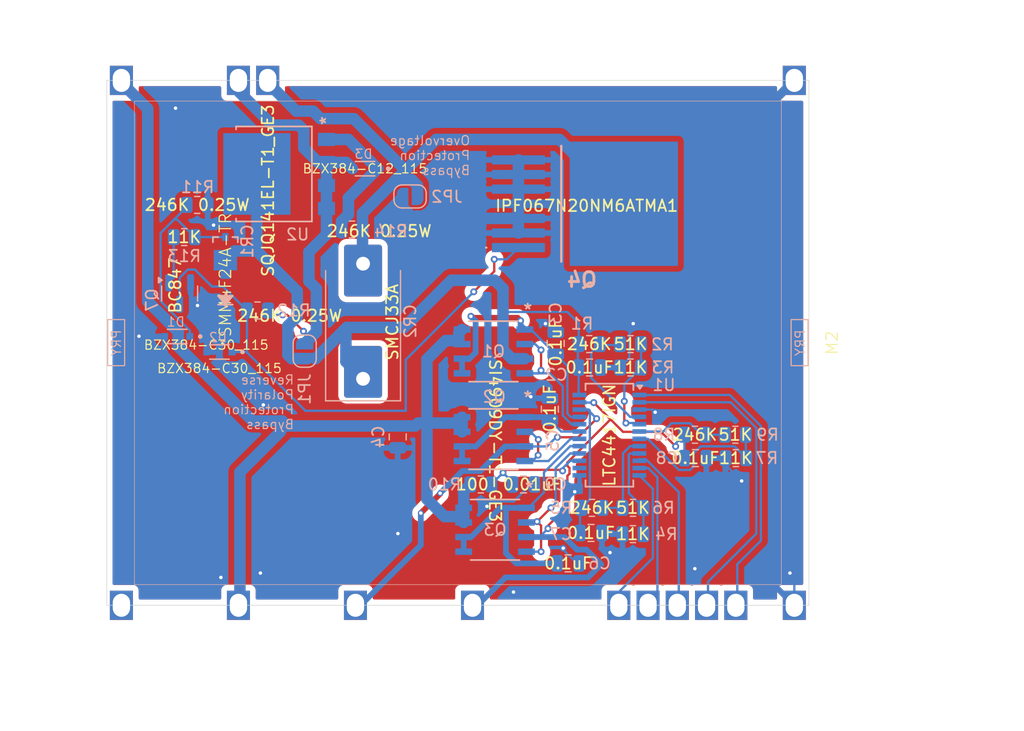
<source format=kicad_pcb>
(kicad_pcb (version 20240108) (generator "pcbnew") (generator_version "8.0")
  (layers (0 "F.Cu" signal) (31 "B.Cu" signal) (34 "B.Paste" user) (35 "F.Paste" user) (36 "B.SilkS" user "B.Silkscreen") (37 "F.SilkS" user "F.Silkscreen") (38 "B.Mask" user) (39 "F.Mask" user) (44 "Edge.Cuts" user))
  (net 0 "")
  (net 1 "Net-(Q4-G)")
  (net 2 "Net-(Q1-G1)")
  (net 3 "VOUT")
  (net 4 "USB-C_POWER_IN")
  (net 5 "Net-(Q2-G1)")
  (net 6 "Net-(Q3-G1)")
  (net 7 "INTERNAL_SOLAR_IN")
  (net 8 "{slash}VALID3")
  (net 9 "ENABLE")
  (net 10 "{slash}VALID1")
  (net 11 "Net-(U1-UV1)")
  (net 12 "{slash}VALID2")
  (net 13 "Net-(U1-OV2)")
  (net 14 "Net-(U1-UV2)")
  (net 15 "VOUT_PIN")
  (net 16 "Net-(U1-OV3)")
  (net 17 "GND")
  (net 18 "Net-(U1-OV1)")
  (net 19 "{slash}SHUTDOWN")
  (net 20 "Net-(U1-UV3)")
  (net 22 "DIRTY_DC_+")
  (net 23 "/OVERVOLTAGE_SENSE_CLAMPED")
  (net 24 "DIRTY_DC_-")
  (net 25 "DIRTY_DC_+_PROTECTED")
  (net 26 "Net-(Q7-B)")
  (net 27 "Net-(Q1-S1)")
  (net 28 "Net-(Q2-S1)")
  (net 29 "Net-(Q3-S1)")
  (net 30 "Net-(U2-G)")
  (footprint "MegaCastle:MegaCastle2x24-Module-I42.0x56.2-M88887D8C0001" (layer "F.Cu") (at 52.451 42.485 90)
    (property "Reference" "M2")
    (property "Value" "~")
    (fp_line (start 22.799999 -30.48) (end 22.799999 30.48) (stroke (width 0.05)) (layer "Edge.Cuts"))
    (fp_line (start -22.799999 -30.48) (end 22.799999 -30.48) (stroke (width 0.05)) (layer "Edge.Cuts"))
    (fp_line (start -22.799999 -30.48) (end -22.799999 30.48) (stroke (width 0.05)) (layer "Edge.Cuts"))
    (fp_line (start -22.799999 30.48) (end 22.799999 30.48) (stroke (width 0.05)) (layer "Edge.Cuts"))
  )
  (footprint "Jumper:SolderJumper-2_P1.3mm_Open_RoundedPad1.0x1.5mm" (layer "B.Cu") (at 39.1498 43.2036 90)
    (property "Reference" "JP1")
    (property "Value" "Jumper_2_Open")
  )
  (footprint "Resistor_SMD:R_0805_2012Metric" (layer "B.Cu") (at 67.6505 59.104)
    (property "Reference" "R4")
    (property "Value" "11K")
  )
  (footprint "Resistor_SMD:R_0805_2012Metric" (layer "B.Cu") (at 29.8182 30.5036)
    (property "Reference" "R11")
    (property "Value" "246K 0.25W")
  )
  (footprint "Diode_SMD:D_SMC-RM10_Universal_Handsoldering" (layer "B.Cu") (at 44.22 40.609 90)
    (property "Reference" "CR2")
    (property "Value" "SMCJ33A")
  )
  (footprint "Resistor_SMD:R_0805_2012Metric" (layer "B.Cu") (at 67.4401 42.594)
    (property "Reference" "R2")
    (property "Value" "51K")
  )
  (footprint "footprints:SOIC_09DY-T1-GE3_VIS" (layer "B.Cu") (at 55.67885 58.723 180)
    (property "Reference" "Q3")
    (property "Value" "SI4909DY-T1-GE3")
  )
  (footprint "Capacitor_SMD:C_0805_2012Metric" (layer "B.Cu") (at 60.435 48.248 90)
    (property "Reference" "C5")
    (property "Value" "0.1uF")
  )
  (footprint "footprints:DIO_BZX384-C30_115" (layer "B.Cu") (at 28.0832 41.9336 180)
    (property "Reference" "D1")
    (property "Value" "BZX384-C30_115")
  )
  (footprint "Resistor_SMD:R_0805_2012Metric" (layer "B.Cu") (at 76.5405 50.468)
    (property "Reference" "R9")
    (property "Value" "51K")
  )
  (footprint "Resistor_SMD:R_0805_2012Metric" (layer "B.Cu") (at 67.4401 44.626)
    (property "Reference" "R3")
    (property "Value" "11K")
  )
  (footprint "Capacitor_SMD:C_0805_2012Metric" (layer "B.Cu") (at 73.069 52.5 180)
    (property "Reference" "C8")
    (property "Value" "0.1uF")
  )
  (footprint "Resistor_SMD:R_0805_2012Metric" (layer "B.Cu") (at 28.6987 33.2976)
    (property "Reference" "R13")
    (property "Value" "11K")
  )
  (footprint "Resistor_SMD:R_0805_2012Metric" (layer "B.Cu") (at 64.0945 56.818)
    (property "Reference" "R5")
    (property "Value" "246K")
  )
  (footprint "Resistor_SMD:R_0805_2012Metric" (layer "B.Cu") (at 67.6505 56.818)
    (property "Reference" "R6")
    (property "Value" "51K")
  )
  (footprint "Capacitor_SMD:C_0805_2012Metric" (layer "B.Cu") (at 58.149 54.786)
    (property "Reference" "C9")
    (property "Value" "0.01uF")
  )
  (footprint "Resistor_SMD:R_0805_2012Metric" (layer "B.Cu") (at 73.0315 50.468)
    (property "Reference" "R8")
    (property "Value" "246K")
  )
  (footprint "Resistor_SMD:R_0805_2012Metric" (layer "B.Cu") (at 43.2595 32.639 180)
    (property "Reference" "R14")
    (property "Value" "246K 0.25W")
  )
  (footprint "footprints:PowerPAK_8x8L_BWL-2_VIS" (layer "B.Cu") (at 36.4857 27.813999 -90)
    (property "Reference" "U2")
    (property "Value" "SQJQ141EL-T1_GE3")
  )
  (footprint "Jumper:SolderJumper-2_P1.3mm_Open_RoundedPad1.0x1.5mm" (layer "B.Cu") (at 48.299 29.767 180)
    (property "Reference" "JP2")
    (property "Value" "Jumper_2_Open")
  )
  (footprint "Package_SO:SSOP-24_3.9x8.7mm_P0.635mm" (layer "B.Cu") (at 65.6074 50.5061 180)
    (property "Reference" "U1")
    (property "Value" "LTC4417IGN")
  )
  (footprint "Resistor_SMD:R_0805_2012Metric" (layer "B.Cu") (at 63.8568 42.594)
    (property "Reference" "R1")
    (property "Value" "246K")
  )
  (footprint "footprints:DIO_BZX384-C30_115" (layer "B.Cu") (at 44.39 27.354 180)
    (property "Reference" "D3")
    (property "Value" "BZX384-C12_115")
  )
  (footprint "Resistor_SMD:R_0805_2012Metric" (layer "B.Cu") (at 54.4425 54.786 180)
    (property "Reference" "R10")
    (property "Value" "100")
  )
  (footprint "Package_TO_SOT_SMD:SOT-23" (layer "B.Cu") (at 28.2942 38.2021 -90)
    (property "Reference" "Q7")
    (property "Value" "BC847")
  )
  (footprint "footprints:SOIC_09DY-T1-GE3_VIS" (layer "B.Cu") (at 55.53915 50.849 180)
    (property "Reference" "Q2")
    (property "Value" "SI4909DY-T1-GE3")
  )
  (footprint "footprints:DIO_BZX384-C30_115" (layer "B.Cu") (at 31.7506 43.2798 180)
    (property "Reference" "D2")
    (property "Value" "BZX384-C30_115")
  )
  (footprint "Resistor_SMD:R_0805_2012Metric" (layer "B.Cu") (at 76.5875 52.5)
    (property "Reference" "R7")
    (property "Value" "11K")
  )
  (footprint "footprints:IPF067N20NM6ATMA1" (layer "B.Cu") (at 63.483 30.402 180)
    (property "Reference" "Q4")
    (property "Value" "IPF067N20NM6ATMA1" (hide yes))
  )
  (footprint "Capacitor_SMD:C_0805_2012Metric" (layer "B.Cu") (at 60.943 42.528 90)
    (property "Reference" "C3")
    (property "Value" "0.1uF")
  )
  (footprint "Capacitor_SMD:C_0805_2012Metric" (layer "B.Cu") (at 63.8841 44.626 180)
    (property "Reference" "C2")
    (property "Value" "0.1uF")
  )
  (footprint "Capacitor_SMD:C_0805_2012Metric" (layer "B.Cu") (at 64.01 59.0024 180)
    (property "Reference" "C7")
    (property "Value" "0.1uF")
  )
  (footprint "footprints:ZDO_STMITE-FLAT_DO222-AA_STM" (layer "B.Cu") (at 32.2664 34.8978)
    (property "Reference" "CR1")
    (property "Value" "SMM4F24A-TR")
  )
  (footprint "Capacitor_SMD:C_0805_2012Metric" (layer "B.Cu") (at 47.227 50.656 -90)
    (property "Reference" "C4")
    (property "Value" "100uF")
  )
  (footprint "footprints:SOIC_09DY-T1-GE3_VIS" (layer "B.Cu") (at 55.53915 43.229 180)
    (property "Reference" "Q1")
    (property "Value" "SI4909DY-T1-GE3")
  )
  (footprint "Capacitor_SMD:C_0805_2012Metric" (layer "B.Cu") (at 62.025 61.644)
    (property "Reference" "C6")
    (property "Value" "0.1uF")
  )
  (footprint "Resistor_SMD:R_0805_2012Metric" (layer "B.Cu") (at 35.0525 39.673 180)
    (property "Reference" "R12")
    (property "Value" "246K 0.25W")
  )
  (gr_text "Overvoltage\nProtection\nBypass" (at 53.577 27.9636 -0) (layer "B.SilkS") (effects (font (size 0.8 0.8) (thickness 0.1)) (justify left bottom mirror)))
  (gr_text "Reverse\nPolarity\nProtection\nBypass" (at 38.2862 50.0362 -0) (layer "B.SilkS") (effects (font (size 0.8 0.8) (thickness 0.1)) (justify left bottom mirror)))
  (gr_text "IPF067N20NM6ATMA1" (at 55.609 31.164 -0) (layer "F.SilkS") (effects (font (size 1 1)) (justify left bottom)))
  (segment (start 55.609 36.2708) (end 55.609 35.228) (width 0.2) (layer "F.Cu") (net 1))
  (segment (start 53.831 38.0488) (end 55.609 36.2708) (width 0.2) (layer "F.Cu") (net 1))
  (via (at 53.831 38.0488) (size 0.6) (drill 0.3) (layers "F.Cu" "B.Cu") (net 1))
  (via (at 55.609 35.228) (size 0.6) (drill 0.3) (layers "F.Cu" "B.Cu") (net 1))
  (segment (start 34.14 39.673) (end 32.0602 37.5932) (width 0.2) (layer "B.Cu") (net 1))
  (segment (start 29.6248 36.117) (end 29.013748 36.117) (width 0.2) (layer "B.Cu") (net 1))
  (segment (start 34.14 43.309) (end 39.2162 48.3852) (width 0.2) (layer "B.Cu") (net 1))
  (segment (start 29.013748 36.117) (end 28.2942 36.836548) (width 0.2) (layer "B.Cu") (net 1))
  (segment (start 39.2162 48.3852) (end 47.9298 48.3852) (width 0.2) (layer "B.Cu") (net 1))
  (segment (start 34.14 39.673) (end 34.14 42.594) (width 0.2) (layer "B.Cu") (net 1))
  (segment (start 47.9298 48.3852) (end 47.9298 43.95) (width 0.2) (layer "B.Cu") (net 1))
  (segment (start 34.14 42.594) (end 34.14 43.2036) (width 0.2) (layer "B.Cu") (net 1))
  (segment (start 28.2942 36.836548) (end 28.2942 39.1396) (width 0.2) (layer "B.Cu") (net 1))
  (segment (start 32.8506 43.2798) (end 34.0638 43.2798) (width 0.2) (layer "B.Cu") (net 1))
  (segment (start 31.101 37.5932) (end 29.6248 36.117) (width 0.2) (layer "B.Cu") (net 1))
  (segment (start 55.609 35.228) (end 56.692 35.228) (width 0.2) (layer "B.Cu") (net 1))
  (segment (start 47.9298 43.95) (end 53.831 38.0488) (width 0.2) (layer "B.Cu") (net 1))
  (segment (start 56.692 35.228) (end 57.708 34.212) (width 0.2) (layer "B.Cu") (net 1))
  (segment (start 32.0602 37.5932) (end 31.101 37.5932) (width 0.2) (layer "B.Cu") (net 1))
  (segment (start 34.14 43.2036) (end 34.14 43.309) (width 0.2) (layer "B.Cu") (net 1))
  (segment (start 34.0638 43.2798) (end 34.14 43.2036) (width 0.2) (layer "B.Cu") (net 1))
  (segment (start 59.673 44.88) (end 59.673 43.102) (width 0.2) (layer "F.Cu") (net 2))
  (via (at 59.673 44.88) (size 0.6) (drill 0.3) (layers "F.Cu" "B.Cu") (net 2))
  (via (at 59.673 43.102) (size 0.6) (drill 0.3) (layers "F.Cu" "B.Cu") (net 2))
  (segment (start 60.435 45.134) (end 61.559 46.258) (width 0.2) (layer "B.Cu") (net 2))
  (segment (start 59.165 42.594) (end 59.673 43.102) (width 0.2) (layer "B.Cu") (net 2))
  (segment (start 61.559 46.258) (end 61.559 48.800886) (width 0.2) (layer "B.Cu") (net 2))
  (segment (start 58.2633 45.134) (end 60.435 45.134) (width 0.2) (layer "B.Cu") (net 2))
  (segment (start 58.2633 42.594) (end 59.165 42.594) (width 0.2) (layer "B.Cu") (net 2))
  (segment (start 61.559 48.800886) (end 62.311714 49.5536) (width 0.2) (layer "B.Cu") (net 2))
  (segment (start 59.419 45.134) (end 59.673 44.88) (width 0.2) (layer "B.Cu") (net 2))
  (segment (start 62.311714 49.5536) (end 63.0074 49.5536) (width 0.2) (layer "B.Cu") (net 2))
  (segment (start 58.2633 45.134) (end 59.419 45.134) (width 0.2) (layer "B.Cu") (net 2))
  (segment (start 49.005 49.452) (end 48.751 49.706) (width 1) (layer "B.Cu") (net 3))
  (segment (start 49.767 49.452) (end 52.815 49.452) (width 1) (layer "B.Cu") (net 3))
  (segment (start 52.9547 57.58) (end 52.9547 56.818) (width 1) (layer "B.Cu") (net 3))
  (segment (start 33.528 53.721) (end 33.528 65.6) (width 1) (layer "B.Cu") (net 3))
  (segment (start 52.5356 42.2892) (end 52.5356 41.6034) (width 1) (layer "B.Cu") (net 3))
  (segment (start 28.1832 41.538023) (end 25.527 38.881823) (width 1) (layer "B.Cu") (net 3))
  (segment (start 51.291 57.58) (end 49.767 56.056) (width 1) (layer "B.Cu") (net 3))
  (segment (start 52.9547 56.818) (end 52.9547 55.3613) (width 1) (layer "B.Cu") (net 3))
  (segment (start 25.527 38.881823) (end 25.527 22.159) (width 1) (layer "B.Cu") (net 3))
  (segment (start 52.9547 57.58) (end 51.291 57.58) (width 1) (layer "B.Cu") (net 3))
  (segment (start 37.067 50.182) (end 33.528 53.721) (width 1) (layer "B.Cu") (net 3))
  (segment (start 28.1832 42.8124) (end 28.1832 41.538023) (width 1) (layer "B.Cu") (net 3))
  (segment (start 25.527 22.159) (end 23.368 20) (width 1) (layer "B.Cu") (net 3))
  (segment (start 34.6468 49.276) (end 28.1832 42.8124) (width 1) (layer "B.Cu") (net 3))
  (segment (start 37.067 49.706) (end 37.067 49.42) (width 1) (layer "B.Cu") (net 3))
  (segment (start 37.067 49.42) (end 37.211 49.276) (width 1) (layer "B.Cu") (net 3))
  (segment (start 52.9547 58.088) (end 52.9547 57.58) (width 1) (layer "B.Cu") (net 3))
  (segment (start 49.767 49.452) (end 49.767 43.91175) (width 1) (layer "B.Cu") (net 3))
  (segment (start 51.38955 42.2892) (end 52.5356 42.2892) (width 1) (layer "B.Cu") (net 3))
  (segment (start 49.767 56.056) (end 49.767 49.452) (width 1) (layer "B.Cu") (net 3))
  (segment (start 47.227 49.706) (end 37.067 49.706) (width 1) (layer "B.Cu") (net 3))
  (segment (start 48.751 49.706) (end 47.227 49.706) (width 1) (layer "B.Cu") (net 3))
  (segment (start 37.067 49.706) (end 37.067 50.182) (width 1) (layer "B.Cu") (net 3))
  (segment (start 49.767 49.452) (end 49.005 49.452) (width 1) (layer "B.Cu") (net 3))
  (segment (start 49.767 43.91175) (end 51.38955 42.2892) (width 1) (layer "B.Cu") (net 3))
  (segment (start 52.9547 55.3613) (end 53.53 54.786) (width 1) (layer "B.Cu") (net 3))
  (segment (start 37.211 49.276) (end 34.6468 49.276) (width 1) (layer "B.Cu") (net 3))
  (segment (start 52.5356 41.6034) (end 52.815 41.324) (width 1) (layer "B.Cu") (net 3))
  (segment (start 52.815 50.214) (end 52.815 49.452) (width 1) (layer "B.Cu") (net 3))
  (segment (start 52.815 49.452) (end 52.815 48.944) (width 1) (layer "B.Cu") (net 3))
  (segment (start 50.91 55.5988) (end 49.2336 57.2752) (width 0.5) (layer "F.Cu") (net 4))
  (segment (start 62.882169 50.687831) (end 64.499 49.071) (width 0.2) (layer "F.Cu") (net 4))
  (segment (start 50.91 55.548) (end 50.91 55.5988) (width 0.5) (layer "F.Cu") (net 4))
  (segment (start 61.092779 50.687831) (end 62.882169 50.687831) (width 0.2) (layer "F.Cu") (net 4))
  (via (at 64.499 49.071) (size 0.6) (drill 0.3) (layers "F.Cu" "B.Cu") (net 4))
  (via (at 61.092779 50.687831) (size 0.6) (drill 0.3) (layers "F.Cu" "B.Cu") (net 4))
  (via (at 49.2336 57.2752) (size 0.5) (drill 0.3) (layers "F.Cu" "B.Cu") (net 4))
  (via (at 50.91 55.548) (size 0.5) (drill 0.3) (layers "F.Cu" "B.Cu") (net 4))
  (segment (start 63.8074 48.2836) (end 63.0074 48.2836) (width 0.2) (layer "B.Cu") (net 4))
  (segment (start 64.499 49.071) (end 63.7116 48.2836) (width 0.2) (layer "B.Cu") (net 4))
  (segment (start 63.06 56.94) (end 63.182 56.818) (width 0.2) (layer "B.Cu") (net 4))
  (segment (start 52.8404 53.6176) (end 50.91 55.548) (width 0.5) (layer "B.Cu") (net 4))
  (segment (start 49.2336 60.0544) (end 49.2336 57.2752) (width 0.5) (layer "B.Cu") (net 4))
  (segment (start 58.2633 51.484) (end 56.54245 51.484) (width 0.5) (layer "B.Cu") (net 4))
  (segment (start 49.2336 60.0544) (end 43.688 65.6) (width 0.5) (layer "B.Cu") (net 4))
  (segment (start 54.40885 53.6176) (end 52.8404 53.6176) (width 0.5) (layer "B.Cu") (net 4))
  (segment (start 60.181 51.484) (end 60.977169 50.687831) (width 0.2) (layer "B.Cu") (net 4))
  (segment (start 60.977169 50.687831) (end 61.092779 50.687831) (width 0.2) (layer "B.Cu") (net 4))
  (segment (start 56.54245 51.484) (end 54.40885 53.6176) (width 0.5) (layer "B.Cu") (net 4))
  (segment (start 63.182 56.818) (end 63.9074 56.0926) (width 0.2) (layer "B.Cu") (net 4))
  (segment (start 63.06 59.0024) (end 63.06 56.94) (width 0.2) (layer "B.Cu") (net 4))
  (segment (start 63.9074 56.0926) (end 63.9074 48.3836) (width 0.2) (layer "B.Cu") (net 4))
  (segment (start 60.181 51.484) (end 58.2633 51.484) (width 0.2) (layer "B.Cu") (net 4))
  (segment (start 63.7116 48.2836) (end 63.0074 48.2836) (width 0.2) (layer "B.Cu") (net 4))
  (segment (start 63.9074 48.3836) (end 63.8074 48.2836) (width 0.2) (layer "B.Cu") (net 4))
  (segment (start 59.419 50.898998) (end 59.433998 50.884) (width 0.2) (layer "F.Cu") (net 5))
  (segment (start 59.419 52.246) (end 59.419 50.898998) (width 0.2) (layer "F.Cu") (net 5))
  (via (at 59.433998 50.884) (size 0.6) (drill 0.3) (layers "F.Cu" "B.Cu") (net 5))
  (via (at 59.419 52.246) (size 0.6) (drill 0.3) (layers "F.Cu" "B.Cu") (net 5))
  (segment (start 60.312 52.754) (end 62.2424 50.8236) (width 0.2) (layer "B.Cu") (net 5))
  (segment (start 58.2633 52.754) (end 58.911 52.754) (width 0.2) (layer "B.Cu") (net 5))
  (segment (start 62.2424 50.8236) (end 63.0074 50.8236) (width 0.2) (layer "B.Cu") (net 5))
  (segment (start 58.763998 50.214) (end 59.433998 50.884) (width 0.2) (layer "B.Cu") (net 5))
  (segment (start 58.2633 52.754) (end 60.312 52.754) (width 0.2) (layer "B.Cu") (net 5))
  (segment (start 58.911 52.754) (end 59.419 52.246) (width 0.2) (layer "B.Cu") (net 5))
  (segment (start 58.2633 50.214) (end 58.763998 50.214) (width 0.2) (layer "B.Cu") (net 5))
  (segment (start 59.32884 58.01616) (end 60.527 56.818) (width 0.2) (layer "F.Cu") (net 6))
  (segment (start 59.327 58.01616) (end 59.32884 58.01616) (width 0.2) (layer "F.Cu") (net 6))
  (segment (start 59.673 58.36216) (end 59.327 58.01616) (width 0.2) (layer "F.Cu") (net 6))
  (segment (start 59.673 60.628) (end 59.673 58.36216) (width 0.2) (layer "F.Cu") (net 6))
  (via (at 60.527 56.818) (size 0.6) (drill 0.3) (layers "F.Cu" "B.Cu") (net 6))
  (via (at 59.673 60.628) (size 0.6) (drill 0.3) (layers "F.Cu" "B.Cu") (net 6))
  (via (at 59.327 58.01616) (size 0.6) (drill 0.3) (layers "F.Cu" "B.Cu") (net 6))
  (segment (start 58.403 60.628) (end 59.673 60.628) (width 0.2) (layer "B.Cu") (net 6))
  (segment (start 58.47484 58.01616) (end 58.403 58.088) (width 0.2) (layer "B.Cu") (net 6))
  (segment (start 60.942265 53.855794) (end 60.942265 53.358735) (width 0.2) (layer "B.Cu") (net 6))
  (segment (start 60.942265 53.358735) (end 62.2074 52.0936) (width 0.2) (layer "B.Cu") (net 6))
  (segment (start 60.943 53.856529) (end 60.942265 53.855794) (width 0.2) (layer "B.Cu") (net 6))
  (segment (start 62.2074 52.0936) (end 63.0074 52.0936) (width 0.2) (layer "B.Cu") (net 6))
  (segment (start 59.327 58.01616) (end 58.47484 58.01616) (width 0.2) (layer "B.Cu") (net 6))
  (segment (start 60.943 56.402) (end 60.943 53.856529) (width 0.2) (layer "B.Cu") (net 6))
  (segment (start 60.527 56.818) (end 60.943 56.402) (width 0.2) (layer "B.Cu") (net 6))
  (segment (start 61.959 54.039059) (end 62.142265 53.855794) (width 0.2) (layer "F.Cu") (net 7))
  (segment (start 71.357 51.484) (end 70.087 50.214) (width 0.2) (layer "F.Cu") (net 7))
  (segment (start 66.785 50.214) (end 65.7055 49.1345) (width 0.2) (layer "F.Cu") (net 7))
  (segment (start 61.959 53.175471) (end 61.959 52.881) (width 0.2) (layer "F.Cu") (net 7))
  (segment (start 61.959 52.881) (end 65.7055 49.1345) (width 0.2) (layer "F.Cu") (net 7))
  (segment (start 70.087 50.214) (end 66.785 50.214) (width 0.2) (layer "F.Cu") (net 7))
  (segment (start 62.142265 53.855794) (end 62.142265 53.358736) (width 0.2) (layer "F.Cu") (net 7))
  (segment (start 60.273 58.377) (end 61.959 56.691) (width 0.2) (layer "F.Cu") (net 7))
  (segment (start 65.642 49.071) (end 64.245 47.674) (width 0.2) (layer "F.Cu") (net 7))
  (segment (start 60.273 58.6214) (end 60.273 58.377) (width 0.2) (layer "F.Cu") (net 7))
  (segment (start 65.7055 49.1345) (end 65.642 49.071) (width 0.2) (layer "F.Cu") (net 7))
  (segment (start 61.959 56.691) (end 61.959 54.039059) (width 0.2) (layer "F.Cu") (net 7))
  (segment (start 62.142265 53.358736) (end 61.959 53.175471) (width 0.2) (layer "F.Cu") (net 7))
  (via (at 60.273 58.6214) (size 0.6) (drill 0.3) (layers "F.Cu" "B.Cu") (net 7))
  (via (at 71.357 51.484) (size 0.6) (drill 0.3) (layers "F.Cu" "B.Cu") (net 7))
  (via (at 64.245 47.674) (size 0.6) (drill 0.3) (layers "F.Cu" "B.Cu") (net 7))
  (segment (start 63.0328 47.674) (end 63.0074 47.6486) (width 0.2) (layer "B.Cu") (net 7))
  (segment (start 72.119 52.5) (end 72.119 50.468) (width 0.2) (layer "B.Cu") (net 7))
  (segment (start 64.8894 61.7296) (end 63.61 60.4502) (width 0.5) (layer "B.Cu") (net 7))
  (segment (start 64.8894 61.7296) (end 63.754 62.865) (width 0.5) (layer "B.Cu") (net 7))
  (segment (start 61.693722 59.358) (end 62.785922 60.4502) (width 0.5) (layer "B.Cu") (net 7))
  (segment (start 58.403 59.358) (end 61.693722 59.358) (width 0.5) (layer "B.Cu") (net 7))
  (segment (start 60.273 58.6214) (end 59.5364 59.358) (width 0.2) (layer "B.Cu") (net 7))
  (segment (start 71.357 51.23) (end 72.119 50.468) (width 0.2) (layer "B.Cu") (net 7))
  (segment (start 62.785922 60.4502) (end 63.61 60.4502) (width 0.5) (layer "B.Cu") (net 7))
  (segment (start 64.245 47.674) (end 63.0328 47.674) (width 0.2) (layer "B.Cu") (net 7))
  (segment (start 71.357 51.484) (end 71.357 51.23) (width 0.2) (layer "B.Cu") (net 7))
  (segment (start 63.754 62.865) (end 56.583 62.865) (width 0.5) (layer "B.Cu") (net 7))
  (segment (start 72.119 50.468) (end 71.8396 50.1886) (width 0.2) (layer "B.Cu") (net 7))
  (segment (start 56.583 62.865) (end 53.848 65.6) (width 0.5) (layer "B.Cu") (net 7))
  (segment (start 69.3755 61.1805) (end 66.548 64.008) (width 0.2) (layer "B.Cu") (net 8))
  (segment (start 66.548 64.008) (end 66.548 65.6) (width 0.2) (layer "B.Cu") (net 8))
  (segment (start 68.2074 53.9986) (end 69.3755 55.1667) (width 0.2) (layer "B.Cu") (net 8))
  (segment (start 69.3755 55.1667) (end 69.3755 61.1805) (width 0.2) (layer "B.Cu") (net 8))
  (segment (start 78.759 49.71107) (end 76.06153 47.0136) (width 0.2) (layer "B.Cu") (net 9))
  (segment (start 76.708 65.6) (end 76.708 61.722) (width 0.2) (layer "B.Cu") (net 9))
  (segment (start 78.759 59.671) (end 78.759 49.71107) (width 0.2) (layer "B.Cu") (net 9))
  (segment (start 76.06153 47.0136) (end 68.2074 47.0136) (width 0.2) (layer "B.Cu") (net 9))
  (segment (start 76.708 61.722) (end 78.759 59.671) (width 0.2) (layer "B.Cu") (net 9))
  (segment (start 68.2074 52.5936) (end 68.768086 52.5936) (width 0.2) (layer "B.Cu") (net 10))
  (segment (start 68.2074 52.7286) (end 68.2074 52.5936) (width 0.2) (layer "B.Cu") (net 10))
  (segment (start 68.768086 52.5936) (end 71.628 55.453514) (width 0.2) (layer "B.Cu") (net 10))
  (segment (start 71.628 55.453514) (end 71.628 65.6) (width 0.2) (layer "B.Cu") (net 10))
  (segment (start 64.0341 45.5453) (end 67.4074 48.9186) (width 0.2) (layer "B.Cu") (net 11))
  (segment (start 66.4514 42.6702) (end 66.5276 42.594) (width 0.2) (layer "B.Cu") (net 11))
  (segment (start 67.4074 48.9186) (end 68.2074 48.9186) (width 0.2) (layer "B.Cu") (net 11))
  (segment (start 64.7693 42.6702) (end 66.4514 42.6702) (width 0.2) (layer "B.Cu") (net 11))
  (segment (start 64.0341 43.3292) (end 64.0341 45.5453) (width 0.2) (layer "B.Cu") (net 11))
  (segment (start 64.7693 42.594) (end 64.0341 43.3292) (width 0.2) (layer "B.Cu") (net 11))
  (segment (start 69.7755 64.0825) (end 69.7755 54.1667) (width 0.2) (layer "B.Cu") (net 12))
  (segment (start 68.9724 53.3636) (end 68.2074 53.3636) (width 0.2) (layer "B.Cu") (net 12))
  (segment (start 69.088 64.77) (end 69.7755 64.0825) (width 0.2) (layer "B.Cu") (net 12))
  (segment (start 69.088 65.6) (end 69.088 64.77) (width 0.2) (layer "B.Cu") (net 12))
  (segment (start 69.7755 54.1667) (end 68.9724 53.3636) (width 0.2) (layer "B.Cu") (net 12))
  (segment (start 72.919 52.081) (end 73.525 51.475) (width 0.2) (layer "B.Cu") (net 13))
  (segment (start 77.453 50.468) (end 77.453 52.453) (width 0.2) (layer "B.Cu") (net 13))
  (segment (start 76.475 51.475) (end 77.5 52.5) (width 0.2) (layer "B.Cu") (net 13))
  (segment (start 68.2074 50.8236) (end 68.932856 50.8236) (width 0.2) (layer "B.Cu") (net 13))
  (segment (start 72.603744 53.525) (end 72.919 53.209744) (width 0.2) (layer "B.Cu") (net 13))
  (segment (start 77.453 52.453) (end 77.5 52.5) (width 0.2) (layer "B.Cu") (net 13))
  (segment (start 71.634256 53.525) (end 72.603744 53.525) (width 0.2) (layer "B.Cu") (net 13))
  (segment (start 68.932856 50.8236) (end 71.634256 53.525) (width 0.2) (layer "B.Cu") (net 13))
  (segment (start 73.525 51.475) (end 76.475 51.475) (width 0.2) (layer "B.Cu") (net 13))
  (segment (start 72.919 53.209744) (end 72.919 52.081) (width 0.2) (layer "B.Cu") (net 13))
  (segment (start 73.944 50.468) (end 73.944 50.261) (width 0.2) (layer "B.Cu") (net 14))
  (segment (start 71.000471 49.468) (end 70.279871 50.1886) (width 0.2) (layer "B.Cu") (net 14))
  (segment (start 75.628 50.468) (end 75.628 50.515) (width 0.2) (layer "B.Cu") (net 14))
  (segment (start 73.944 50.468) (end 75.628 50.468) (width 0.2) (layer "B.Cu") (net 14))
  (segment (start 73.944 50.468) (end 73.616244 50.468) (width 0.2) (layer "B.Cu") (net 14))
  (segment (start 72.616244 49.468) (end 71.000471 49.468) (width 0.2) (layer "B.Cu") (net 14))
  (segment (start 70.279871 50.1886) (end 68.2074 50.1886) (width 0.2) (layer "B.Cu") (net 14))
  (segment (start 73.616244 50.468) (end 72.616244 49.468) (width 0.2) (layer "B.Cu") (net 14))
  (segment (start 56.625 53.516) (end 56.371 53.77) (width 0.2) (layer "F.Cu") (net 15))
  (segment (start 61.542265 53.607265) (end 61.451 53.516) (width 0.2) (layer "F.Cu") (net 15))
  (segment (start 61.451 53.516) (end 56.625 53.516) (width 0.2) (layer "F.Cu") (net 15))
  (via (at 61.542265 53.607265) (size 0.6) (drill 0.3) (layers "F.Cu" "B.Cu") (net 15))
  (via (at 56.371 53.77) (size 0.6) (drill 0.3) (layers "F.Cu" "B.Cu") (net 15))
  (segment (start 61.542265 53.393735) (end 62.2074 52.7286) (width 0.2) (layer "B.Cu") (net 15))
  (segment (start 62.2074 52.7286) (end 63.0074 52.7286) (width 0.2) (layer "B.Cu") (net 15))
  (segment (start 57.199 54.598) (end 56.371 53.77) (width 0.2) (layer "B.Cu") (net 15))
  (segment (start 57.199 54.786) (end 57.199 54.598) (width 0.2) (layer "B.Cu") (net 15))
  (segment (start 56.371 53.77) (end 55.355 54.786) (width 0.2) (layer "B.Cu") (net 15))
  (segment (start 61.542265 53.607265) (end 61.542265 53.393735) (width 0.2) (layer "B.Cu") (net 15))
  (segment (start 68.563 59.104) (end 68.563 56.818) (width 0.2) (layer "B.Cu") (net 16))
  (segment (start 67.293 55.548) (end 67.293 52.208) (width 0.2) (layer "B.Cu") (net 16))
  (segment (start 68.563 56.818) (end 67.293 55.548) (width 0.2) (layer "B.Cu") (net 16))
  (segment (start 67.4074 52.0936) (end 68.2074 52.0936) (width 0.2) (layer "B.Cu") (net 16))
  (segment (start 67.293 52.208) (end 67.4074 52.0936) (width 0.2) (layer "B.Cu") (net 16))
  (segment (start 73.025 58.547) (end 73.025 62.103) (width 0.2) (layer "F.Cu") (net 17))
  (segment (start 62.23 64.135) (end 57.277 64.135) (width 0.2) (layer "F.Cu") (net 17))
  (segment (start 81.661 19.685) (end 79.375 21.971) (width 0.75) (layer "F.Cu") (net 17))
  (segment (start 29.845 39.243) (end 31.75 41.148) (width 0.2) (layer "F.Cu") (net 17))
  (segment (start 31.877 49.022) (end 31.877 62.865) (width 0.2) (layer "F.Cu") (net 17))
  (segment (start 77.089 54.483) (end 73.025 58.547) (width 0.2) (layer "F.Cu") (net 17))
  (segment (start 24.765 41.91) (end 31.877 49.022) (width 0.2) (layer "F.Cu") (net 17))
  (segment (start 38.735 59.055) (end 35.306 62.484) (width 0.2) (layer "F.Cu") (net 17))
  (segment (start 65.659 60.706) (end 62.23 64.135) (width 0.2) (layer "F.Cu") (net 17))
  (segment (start 79.375 21.971) (end 78.74 21.971) (width 0.75) (layer "F.Cu") (net 17))
  (segment (start 31.242 32.258) (end 31.242 25.4) (width 0.2) (layer "F.Cu") (net 17))
  (segment (start 31.75 41.148) (end 31.75 44.069) (width 0.2) (layer "F.Cu") (net 17))
  (segment (start 47.244 59.055) (end 38.735 59.055) (width 0.2) (layer "F.Cu") (net 17))
  (segment (start 31.242 25.4) (end 27.94 22.098) (width 0.2) (layer "F.Cu") (net 17))
  (segment (start 31.75 44.069) (end 35.56 47.879) (width 0.2) (layer "F.Cu") (net 17))
  (via (at 24.765 41.91) (size 0.6) (drill 0.3) (layers "F.Cu" "B.Cu") (net 17))
  (via (at 47.244 59.055) (size 0.6) (drill 0.3) (layers "F.Cu" "B.Cu") (net 17))
  (via (at 58.784 47.166) (size 0.6) (drill 0.3) (layers "F.Cu" "B.Cu") (net 17))
  (via (at 73.025 62.103) (size 0.6) (drill 0.3) (layers "F.Cu" "B.Cu") (net 17))
  (via (at 35.306 62.484) (size 0.6) (drill 0.3) (layers "F.Cu" "B.Cu") (net 17))
  (via (at 62.594 55.421) (size 0.6) (drill 0.3) (layers "F.Cu" "B.Cu") (net 17))
  (via (at 60.054 40.816) (size 0.6) (drill 0.3) (layers "F.Cu" "B.Cu") (net 17))
  (via (at 57.277 64.135) (size 0.6) (drill 0.3) (layers "F.Cu" "B.Cu") (net 17))
  (via (at 61.595 60.325) (size 0.6) (drill 0.3) (layers "F.Cu" "B.Cu") (net 17))
  (via (at 31.877 62.865) (size 0.6) (drill 0.3) (layers "F.Cu" "B.Cu") (net 17))
  (via (at 77.089 54.483) (size 0.6) (drill 0.3) (layers "F.Cu" "B.Cu") (net 17))
  (via (at 67.674 40.816) (size 0.6) (drill 0.3) (layers "F.Cu" "B.Cu") (net 17))
  (via (at 65.659 60.706) (size 0.6) (drill 0.3) (layers "F.Cu" "B.Cu") (net 17))
  (via (at 54.974 56.691) (size 0.6) (drill 0.3) (layers "F.Cu" "B.Cu") (net 17))
  (via (at 35.56 47.879) (size 0.6) (drill 0.3) (layers "F.Cu" "B.Cu") (net 17))
  (via (at 27.94 22.098) (size 0.6) (drill 0.3) (layers "F.Cu" "B.Cu") (net 17))
  (via (at 81.28 62.484) (size 0.6) (drill 0.3) (layers "F.Cu" "B.Cu") (net 17))
  (via (at 29.845 39.243) (size 0.6) (drill 0.3) (layers "F.Cu" "B.Cu") (net 17))
  (via (at 31.242 32.258) (size 0.6) (drill 0.3) (layers "F.Cu" "B.Cu") (net 17))
  (via (at 69.579 48.514) (size 0.6) (drill 0.3) (layers "F.Cu" "B.Cu") (net 17))
  (segment (start 29.2442 37.2646) (end 29.2442 38.6422) (width 0.2) (layer "B.Cu") (net 17))
  (segment (start 62.975 61.832) (end 62.992 61.849) (width 0.2) (layer "B.Cu") (net 17))
  (segment (start 81.661 19.685) (end 79.502 21.844) (width 0.75) (layer "B.Cu") (net 17))
  (segment (start 30.7307 31.7467) (end 31.242 32.258) (width 0.2) (layer "B.Cu") (net 17))
  (segment (start 75.675 53.069) (end 77.089 54.483) (width 0.2) (layer "B.Cu") (net 17))
  (segment (start 60.816 41.578) (end 60.054 40.816) (width 0.2) (layer "B.Cu") (net 17))
  (segment (start 62.992 61.849) (end 61.595 60.452) (width 0.2) (layer "B.Cu") (net 17))
  (segment (start 47.649 30.714023) (end 47.649 29.767) (width 1) (layer "B.Cu") (net 17))
  (segment (start 62.975 61.644) (end 62.975 61.832) (width 0.2) (layer "B.Cu") (net 17))
  (segment (start 29.2442 38.6422) (end 29.845 39.243) (width 0.2) (layer "B.Cu") (net 17))
  (segment (start 64.96 59.0024) (end 64.96 60.007) (width 0.2) (layer "B.Cu") (net 17))
  (segment (start 66.5276 44.626) (end 67.345377 43.808223) (width 0.2) (layer "B.Cu") (net 17))
  (segment (start 79.502 21.844) (end 78.74 21.844) (width 0.75) (layer "B.Cu") (net 17))
  (segment (start 57.302 56.268) (end 55.397 56.268) (width 0.2) (layer "B.Cu") (net 17))
  (segment (start 60.943 41.578) (end 60.816 41.578) (width 0.2) (layer "B.Cu") (net 17))
  (segment (start 60.435 47.298) (end 60.186 47.298) (width 0.2) (layer "B.Cu") (net 17))
  (segment (start 81.661 62.865) (end 81.28 62.484) (width 0.2) (layer "B.Cu") (net 17))
  (segment (start 67.345377 43.808223) (end 67.345377 41.144623) (width 0.2) (layer "B.Cu") (net 17))
  (segment (start 57.708 32.942) (end 57.708 26.592) (width 1) (layer "B.Cu") (net 17))
  (segment (start 59.099 54.786) (end 58.784 54.786) (width 0.2) (layer "B.Cu") (net 17))
  (segment (start 61.595 60.452) (end 61.595 60.325) (width 0.2) (layer "B.Cu") (net 17))
  (segment (start 26.924 41.91) (end 24.765 41.91) (width 0.2) (layer "B.Cu") (net 17))
  (segment (start 48.479977 31.545) (end 48.8526 31.545) (width 1) (layer "B.Cu") (net 17))
  (segment (start 60.186 47.298) (end 60.054 47.166) (width 0.2) (layer "B.Cu") (net 17))
  (segment (start 75.675 52.5) (end 75.675 53.069) (width 0.2) (layer "B.Cu") (net 17))
  (segment (start 60.054 47.166) (end 58.784 47.166) (width 0.2) (layer "B.Cu") (net 17))
  (segment (start 63.0074 53.9986) (end 63.0074 55.0076) (width 0.2) (layer "B.Cu") (net 17))
  (segment (start 48.479977 31.545) (end 47.649 30.714023) (width 1) (layer "B.Cu") (net 17))
  (segment (start 26.9476 41.9336) (end 26.924 41.91) (width 0.2) (layer "B.Cu") (net 17))
  (segment (start 81.661 65.285) (end 81.661 62.865) (width 0.2) (layer "B.Cu") (net 17))
  (segment (start 64.96 60.007) (end 65.659 60.706) (width 0.2) (layer "B.Cu") (net 17))
  (segment (start 69.3486 48.2836) (end 68.2074 48.2836) (width 0.2) (layer "B.Cu") (net 17))
  (segment (start 69.579 48.514) (end 69.3486 48.2836) (width 0.2) (layer "B.Cu") (net 17))
  (segment (start 55.397 56.268) (end 54.974 56.691) (width 0.2) (layer "B.Cu") (net 17))
  (segment (start 48.8526 31.545) (end 48.9288 31.4688) (width 1) (layer "B.Cu") (net 17))
  (segment (start 47.227 59.038) (end 47.244 59.055) (width 0.2) (layer "B.Cu") (net 17))
  (segment (start 67.345377 41.144623) (end 67.674 40.816) (width 0.2) (layer "B.Cu") (net 17))
  (segment (start 58.784 54.786) (end 57.302 56.268) (width 0.2) (layer "B.Cu") (net 17))
  (segment (start 48.9288 31.4688) (end 49.132 31.672) (width 1) (layer "B.Cu") (net 17))
  (segment (start 63.0074 55.0076) (end 62.594 55.421) (width 0.2) (layer "B.Cu") (net 17))
  (segment (start 26.9832 41.9336) (end 26.9476 41.9336) (width 0.2) (layer "B.Cu") (net 17))
  (segment (start 30.7307 30.5036) (end 30.7307 31.7467) (width 0.2) (layer "B.Cu") (net 17))
  (segment (start 47.227 51.606) (end 47.227 59.038) (width 0.2) (layer "B.Cu") (net 17))
  (segment (start 49.132 31.672) (end 57.708 31.672) (width 1) (layer "B.Cu") (net 17))
  (segment (start 66.898165 47.560835) (end 66.898165 49.311165) (width 0.2) (layer "F.Cu") (net 18))
  (segment (start 66.898165 49.311165) (end 67.039 49.452) (width 0.2) (layer "F.Cu") (net 18))
  (via (at 66.898165 47.560835) (size 0.6) (drill 0.3) (layers "F.Cu" "B.Cu") (net 18))
  (via (at 67.039 49.452) (size 0.6) (drill 0.3) (layers "F.Cu" "B.Cu") (net 18))
  (segment (start 68.3526 42.9515) (end 68.3526 44.626) (width 0.2) (layer "B.Cu") (net 18))
  (segment (start 68.3526 42.7445) (end 68.4561 42.848) (width 0.2) (layer "B.Cu") (net 18))
  (segment (start 68.1058 49.452) (end 68.2074 49.5536) (width 0.2) (layer "B.Cu") (net 18))
  (segment (start 68.4561 42.848) (end 68.3526 42.9515) (width 0.2) (layer "B.Cu") (net 18))
  (segment (start 67.039 49.452) (end 68.1058 49.452) (width 0.2) (layer "B.Cu") (net 18))
  (segment (start 68.3526 44.626) (end 66.898165 46.080435) (width 0.2) (layer "B.Cu") (net 18))
  (segment (start 68.3526 42.594) (end 68.3526 42.7445) (width 0.2) (layer "B.Cu") (net 18))
  (segment (start 66.898165 46.080435) (end 66.898165 47.560835) (width 0.2) (layer "B.Cu") (net 18))
  (segment (start 68.2074 47.6486) (end 76.130844 47.6486) (width 0.2) (layer "B.Cu") (net 19))
  (segment (start 74.168 63.246) (end 74.168 65.6) (width 0.2) (layer "B.Cu") (net 19))
  (segment (start 78.359 49.876756) (end 78.359 59.055) (width 0.2) (layer "B.Cu") (net 19))
  (segment (start 78.359 59.055) (end 74.168 63.246) (width 0.2) (layer "B.Cu") (net 19))
  (segment (start 76.130844 47.6486) (end 78.359 49.876756) (width 0.2) (layer "B.Cu") (net 19))
  (segment (start 67.4074 51.4586) (end 68.2074 51.4586) (width 0.2) (layer "B.Cu") (net 20))
  (segment (start 66.738 56.103) (end 66.785 56.056) (width 0.2) (layer "B.Cu") (net 20))
  (segment (start 66.785 56.056) (end 66.785 52.081) (width 0.2) (layer "B.Cu") (net 20))
  (segment (start 66.785 52.081) (end 67.4074 51.4586) (width 0.2) (layer "B.Cu") (net 20))
  (segment (start 66.738 56.818) (end 66.738 56.103) (width 0.2) (layer "B.Cu") (net 20))
  (segment (start 66.738 56.818) (end 65.007 56.818) (width 0.2) (layer "B.Cu") (net 20))
  (segment (start 37.235 40.054) (end 37.6258 40.054) (width 0.2) (layer "F.Cu") (net 22))
  (segment (start 37.6258 40.054) (end 39.0482 41.4764) (width 0.2) (layer "F.Cu") (net 22))
  (via (at 37.235 40.054) (size 0.6) (drill 0.3) (layers "F.Cu" "B.Cu") (net 22))
  (via (at 39.0482 41.4764) (size 0.6) (drill 0.3) (layers "F.Cu" "B.Cu") (net 22))
  (segment (start 41.045 26.814001) (end 40.336901 26.814001) (width 1) (layer "B.Cu") (net 22))
  (segment (start 39.0482 41.4764) (end 39.5868 42.015) (width 0.2) (layer "B.Cu") (net 22))
  (segment (start 39.0736 25.5507) (end 39.0736 24.023499) (width 1) (layer "B.Cu") (net 22))
  (segment (start 40.171 41.5324) (end 39.6884 42.015) (width 1) (layer "B.Cu") (net 22))
  (segment (start 37.235 40.054) (end 36.346 40.054) (width 0.2) (layer "B.Cu") (net 22))
  (segment (start 36.346 40.054) (end 35.965 39.673) (width 0.2) (layer "B.Cu") (net 22))
  (segment (start 39.5868 42.015) (end 39.6884 42.015) (width 0.2) (layer "B.Cu") (net 22))
  (segment (start 35.965 39.673) (end 35.965 40.373) (width 0.2) (layer "B.Cu") (net 22))
  (segment (start 40.171 37.783) (end 39.521 37.133) (width 1) (layer "B.Cu") (net 22))
  (segment (start 41.045 26.814001) (end 42.750001 26.814001) (width 1) (layer "B.Cu") (net 22))
  (segment (start 42.750001 26.814001) (end 43.29 27.354) (width 1) (layer "B.Cu") (net 22))
  (segment (start 40.171 37.783) (end 40.171 41.5324) (width 1) (layer "B.Cu") (net 22))
  (segment (start 38.6208 23.570699) (end 36.348699 23.570699) (width 1) (layer "B.Cu") (net 22))
  (segment (start 39.521 37.133) (end 39.521 34.593) (width 1) (layer "B.Cu") (net 22))
  (segment (start 41.045 33.069) (end 41.045 26.814001) (width 1) (layer "B.Cu") (net 22))
  (segment (start 39.521 34.593) (end 41.045 33.069) (width 1) (layer "B.Cu") (net 22))
  (segment (start 39.6884 42.015) (end 39.1498 42.5536) (width 1) (layer "B.Cu") (net 22))
  (segment (start 40.336901 26.814001) (end 39.0736 25.5507) (width 1) (layer "B.Cu") (net 22))
  (segment (start 36.348699 23.570699) (end 33.528 20.75) (width 1) (layer "B.Cu") (net 22))
  (segment (start 39.0736 24.023499) (end 38.6208 23.570699) (width 1) (layer "B.Cu") (net 22))
  (segment (start 33.528 20.75) (end 33.528 20) (width 1) (layer "B.Cu") (net 22))
  (segment (start 29.1832 41.406652) (end 29.1832 41.9336) (width 0.2) (layer "B.Cu") (net 23))
  (segment (start 29.6112 33.2976) (end 28.0872 31.7736) (width 0.2) (layer "B.Cu") (net 23))
  (segment (start 26.6432 38.866652) (end 29.1832 41.406652) (width 0.2) (layer "B.Cu") (net 23))
  (segment (start 28.9057 30.5036) (end 28.9057 30.680856) (width 0.2) (layer "B.Cu") (net 23))
  (segment (start 27.812956 31.7736) (end 27.545578 32.040978) (width 0.2) (layer "B.Cu") (net 23))
  (segment (start 28.9057 30.680856) (end 27.545578 32.040978) (width 0.2) (layer "B.Cu") (net 23))
  (segment (start 28.0872 31.7736) (end 27.812956 31.7736) (width 0.2) (layer "B.Cu") (net 23))
  (segment (start 26.6432 32.943356) (end 26.6432 38.866652) (width 0.2) (layer "B.Cu") (net 23))
  (segment (start 27.545578 32.040978) (end 26.6432 32.943356) (width 0.2) (layer "B.Cu") (net 23))
  (segment (start 29.6112 33.2976) (end 32.3582 33.2976) (width 0.2) (layer "B.Cu") (net 23))
  (segment (start 40.5366 23.0106) (end 39.878 22.352) (width 1) (layer "B.Cu") (net 24))
  (segment (start 47.8952 27.4888) (end 43.417 23.0106) (width 1) (layer "B.Cu") (net 24))
  (segment (start 44.172 35.561) (end 44.22 35.609) (width 1) (layer "B.Cu") (net 24))
  (segment (start 61.27 24.814) (end 66.858 30.402) (width 1) (layer "B.Cu") (net 24))
  (segment (start 44.172 32.9285) (end 44.172 35.561) (width 1) (layer "B.Cu") (net 24))
  (segment (start 48.949 28.819977) (end 48.441023 28.312) (width 1) (layer "B.Cu") (net 24))
  (segment (start 43.417 23.0106) (end 40.5366 23.0106) (width 1) (layer "B.Cu") (net 24))
  (segment (start 47.072 28.312) (end 46.5363 28.8477) (width 1) (layer "B.Cu") (net 24))
  (segment (start 61.27 24.814) (end 50.57 24.814) (width 1) (layer "B.Cu") (net 24))
  (segment (start 39.878 22.352) (end 38.42 22.352) (width 1) (layer "B.Cu") (net 24))
  (segment (start 50.57 24.814) (end 47.8952 27.4888) (width 1) (layer "B.Cu") (net 24))
  (segment (start 44.172 31.212) (end 44.172 32.9285) (width 1) (layer "B.Cu") (net 24))
  (segment (start 38.42 22.352) (end 36.068 20) (width 1) (layer "B.Cu") (net 24))
  (segment (start 46.5363 28.8477) (end 44.172 31.212) (width 1) (layer "B.Cu") (net 24))
  (segment (start 47.8952 27.4888) (end 46.5363 28.8477) (width 1) (layer "B.Cu") (net 24))
  (segment (start 48.441023 28.312) (end 47.072 28.312) (width 1) (layer "B.Cu") (net 24))
  (segment (start 48.949 29.767) (end 48.949 28.819977) (width 1) (layer "B.Cu") (net 24))
  (segment (start 62.9443 40.7853) (end 61.959 39.8) (width 0.2) (layer "B.Cu") (net 25))
  (segment (start 62.9341 46.9403) (end 63.0074 47.0136) (width 0.2) (layer "B.Cu") (net 25))
  (segment (start 62.9443 42.594) (end 62.9443 40.7853) (width 0.2) (layer "B.Cu") (net 25))
  (segment (start 62.9341 44.626) (end 62.9341 46.9403) (width 0.2) (layer "B.Cu") (net 25))
  (segment (start 42.729611 41.220811) (end 42.729611 44.118611) (width 1) (layer "B.Cu") (net 25))
  (segment (start 62.8681 44.88) (end 62.8681 42.7464) (width 0.2) (layer "B.Cu") (net 25))
  (segment (start 34.9998 34.5018) (end 33.0688 34.5018) (width 1) (layer "B.Cu") (net 25))
  (segment (start 56.371 37.768) (end 56.371 43.102) (width 1) (layer "B.Cu") (net 25))
  (segment (start 38.505 38.007) (end 38.505 40.198214) (width 1) (layer "B.Cu") (net 25))
  (segment (start 33.0688 34.5018) (end 32.2664 35.3042) (width 1) (layer "B.Cu") (net 25))
  (segment (start 61.959 39.8) (end 56.625 39.8) (width 0.2) (layer "B.Cu") (net 25))
  (segment (start 40.082977 43.864) (end 40.086423 43.864) (width 1) (layer "B.Cu") (net 25))
  (segment (start 38.0218 43.8536) (end 39.1498 43.8536) (width 1) (layer "B.Cu") (net 25))
  (segment (start 35.726 35.228) (end 34.9998 34.5018) (width 1) (layer "B.Cu") (net 25))
  (segment (start 55.6518 37.0488) (end 56.371 37.768) (width 1) (layer "B.Cu") (net 25))
  (segment (start 56.371 43.102) (end 57.133 43.864) (width 1) (layer "B.Cu") (net 25))
  (segment (start 37.6948 41.008414) (end 37.6948 43.5266) (width 1) (layer "B.Cu") (net 25))
  (segment (start 47.7858 41.1462) (end 51.8832 37.0488) (width 1) (layer "B.Cu") (net 25))
  (segment (start 42.804222 41.1462) (end 47.7858 41.1462) (width 1) (layer "B.Cu") (net 25))
  (segment (start 38.505 38.007) (end 35.726 35.228) (width 1) (layer "B.Cu") (net 25))
  (segment (start 34.9998 34.5018) (end 34.9998 27.813999) (width 1) (layer "B.Cu") (net 25))
  (segment (start 40.086423 43.864) (end 42.729611 41.220811) (width 1) (layer "B.Cu") (net 25))
  (segment (start 56.625 39.8) (end 56.371 39.546) (width 0.2) (layer "B.Cu") (net 25))
  (segment (start 42.729611 41.220811) (end 42.804222 41.1462) (width 1) (layer "B.Cu") (net 25))
  (segment (start 38.505 40.198214) (end 37.6948 41.008414) (width 1) (layer "B.Cu") (net 25))
  (segment (start 57.133 43.864) (end 58.2633 43.864) (width 1) (layer "B.Cu") (net 25))
  (segment (start 62.8681 42.7464) (end 62.9443 42.6702) (width 0.2) (layer "B.Cu") (net 25))
  (segment (start 51.8832 37.0488) (end 55.6518 37.0488) (width 1) (layer "B.Cu") (net 25))
  (segment (start 37.6948 43.5266) (end 38.0218 43.8536) (width 1) (layer "B.Cu") (net 25))
  (segment (start 42.729611 44.118611) (end 44.22 45.609) (width 1) (layer "B.Cu") (net 25))
  (segment (start 27.7862 33.2976) (end 27.7862 36.8226) (width 0.2) (layer "B.Cu") (net 26))
  (segment (start 27.7862 36.8226) (end 27.3442 37.2646) (width 0.2) (layer "B.Cu") (net 26))
  (segment (start 53.577 40.181) (end 53.704 40.308) (width 0.5) (layer "F.Cu") (net 27))
  (segment (start 53.577 40.181) (end 53.58165 40.181) (width 0.5) (layer "F.Cu") (net 27))
  (segment (start 57.641 40.308) (end 57.895 40.562) (width 0.5) (layer "F.Cu") (net 27))
  (segment (start 53.704 40.308) (end 57.641 40.308) (width 0.5) (layer "F.Cu") (net 27))
  (via (at 53.58165 40.181) (size 0.6) (drill 0.3) (layers "F.Cu" "B.Cu") (net 27))
  (via (at 57.895 40.562) (size 0.6) (drill 0.3) (layers "F.Cu" "B.Cu") (net 27))
  (segment (start 58.911 41.324) (end 58.2633 41.324) (width 0.2) (layer "B.Cu") (net 27))
  (segment (start 58.789 41.324) (end 58.2633 41.324) (width 0.2) (layer "B.Cu") (net 27))
  (segment (start 57.895 40.562) (end 57.895 40.9557) (width 0.5) (layer "B.Cu") (net 27))
  (segment (start 57.895 40.9557) (end 58.2633 41.324) (width 0.5) (layer "B.Cu") (net 27))
  (segment (start 60.557 43.864) (end 60.943 43.478) (width 0.2) (layer "B.Cu") (net 27))
  (segment (start 53.58165 40.181) (end 53.99525 40.5946) (width 0.5) (layer "B.Cu") (net 27))
  (segment (start 62.2424 48.9186) (end 61.959 48.6352) (width 0.2) (layer "B.Cu") (net 27))
  (segment (start 60.943 43.478) (end 58.789 41.324) (width 0.2) (layer "B.Cu") (net 27))
  (segment (start 52.815 43.864) (end 52.815 45.134) (width 0.5) (layer "B.Cu") (net 27))
  (segment (start 63.0074 48.9186) (end 62.2424 48.9186) (width 0.2) (layer "B.Cu") (net 27))
  (segment (start 61.959 44.494) (end 60.943 43.478) (width 0.2) (layer "B.Cu") (net 27))
  (segment (start 53.45465 43.864) (end 52.815 43.864) (width 0.5) (layer "B.Cu") (net 27))
  (segment (start 53.99525 43.3234) (end 53.45465 43.864) (width 0.5) (layer "B.Cu") (net 27))
  (segment (start 53.99525 40.5946) (end 53.99525 43.3234) (width 0.5) (layer "B.Cu") (net 27))
  (segment (start 61.959 48.6352) (end 61.959 44.494) (width 0.2) (layer "B.Cu") (net 27))
  (segment (start 54.0088 51.484) (end 56.5488 48.944) (width 0.5) (layer "B.Cu") (net 28))
  (segment (start 52.815 51.484) (end 54.0088 51.484) (width 0.5) (layer "B.Cu") (net 28))
  (segment (start 58.2633 48.944) (end 60.181 48.944) (width 0.5) (layer "B.Cu") (net 28))
  (segment (start 56.5488 48.944) (end 58.2633 48.944) (width 0.5) (layer "B.Cu") (net 28))
  (segment (start 60.181 48.944) (end 60.435 49.198) (width 0.5) (layer "B.Cu") (net 28))
  (segment (start 63.0074 50.1886) (end 61.4256 50.1886) (width 0.2) (layer "B.Cu") (net 28))
  (segment (start 61.4256 50.1886) (end 60.435 49.198) (width 0.2) (layer "B.Cu") (net 28))
  (segment (start 52.815 52.754) (end 52.815 51.484) (width 0.5) (layer "B.Cu") (net 28))
  (segment (start 56.625 56.818) (end 58.403 56.818) (width 0.5) (layer "B.Cu") (net 29))
  (segment (start 61.075 61.644) (end 57.50935 61.644) (width 0.5) (layer "B.Cu") (net 29))
  (segment (start 52.9547 60.628) (end 52.9547 59.358) (width 0.5) (layer "B.Cu") (net 29))
  (segment (start 59.927 53.739) (end 59.927 55.467744) (width 0.2) (layer "B.Cu") (net 29))
  (segment (start 58.576744 56.818) (end 58.403 56.818) (width 0.2) (layer "B.Cu") (net 29))
  (segment (start 56.625 60.75965) (end 56.625 56.818) (width 0.5) (layer "B.Cu") (net 29))
  (segment (start 62.2074 51.4586) (end 59.927 53.739) (width 0.2) (layer "B.Cu") (net 29))
  (segment (start 57.50935 61.644) (end 56.625 60.75965) (width 0.5) (layer "B.Cu") (net 29))
  (segment (start 63.0074 51.4586) (end 62.2074 51.4586) (width 0.2) (layer "B.Cu") (net 29))
  (segment (start 59.927 55.467744) (end 58.576744 56.818) (width 0.2) (layer "B.Cu") (net 29))
  (segment (start 56.13435 56.818) (end 56.625 56.818) (width 0.5) (layer "B.Cu") (net 29))
  (segment (start 52.9547 59.358) (end 53.59435 59.358) (width 0.5) (layer "B.Cu") (net 29))
  (segment (start 53.59435 59.358) (end 56.13435 56.818) (width 0.5) (layer "B.Cu") (net 29))
  (segment (start 41.045 24.814) (end 42.95 24.814) (width 1) (layer "B.Cu") (net 30))
  (segment (start 42.95 31.3306) (end 42.95 29.894) (width 1) (layer "B.Cu") (net 30))
  (segment (start 42.95 24.814) (end 45.49 27.354) (width 1) (layer "B.Cu") (net 30))
  (segment (start 42.347 32.9285) (end 42.347 31.9336) (width 1) (layer "B.Cu") (net 30))
  (segment (start 42.95 29.894) (end 45.49 27.354) (width 1) (layer "B.Cu") (net 30))
  (segment (start 42.347 31.9336) (end 42.95 31.3306) (width 1) (layer "B.Cu") (net 30))
  (zone (net 17) (net_name "GND") (layers "F.Cu" "B.Cu") (connect_pads (clearance 0.5)) (min_thickness 0.25) (fill yes (thermal_gap 0.5) (thermal_bridge_width 0.5))
    (polygon (pts (xy 12.7 12.7) (xy 12.7 76.2) (xy 101.6 76.2) (xy 101.6 12.7)))
  )
)
</source>
